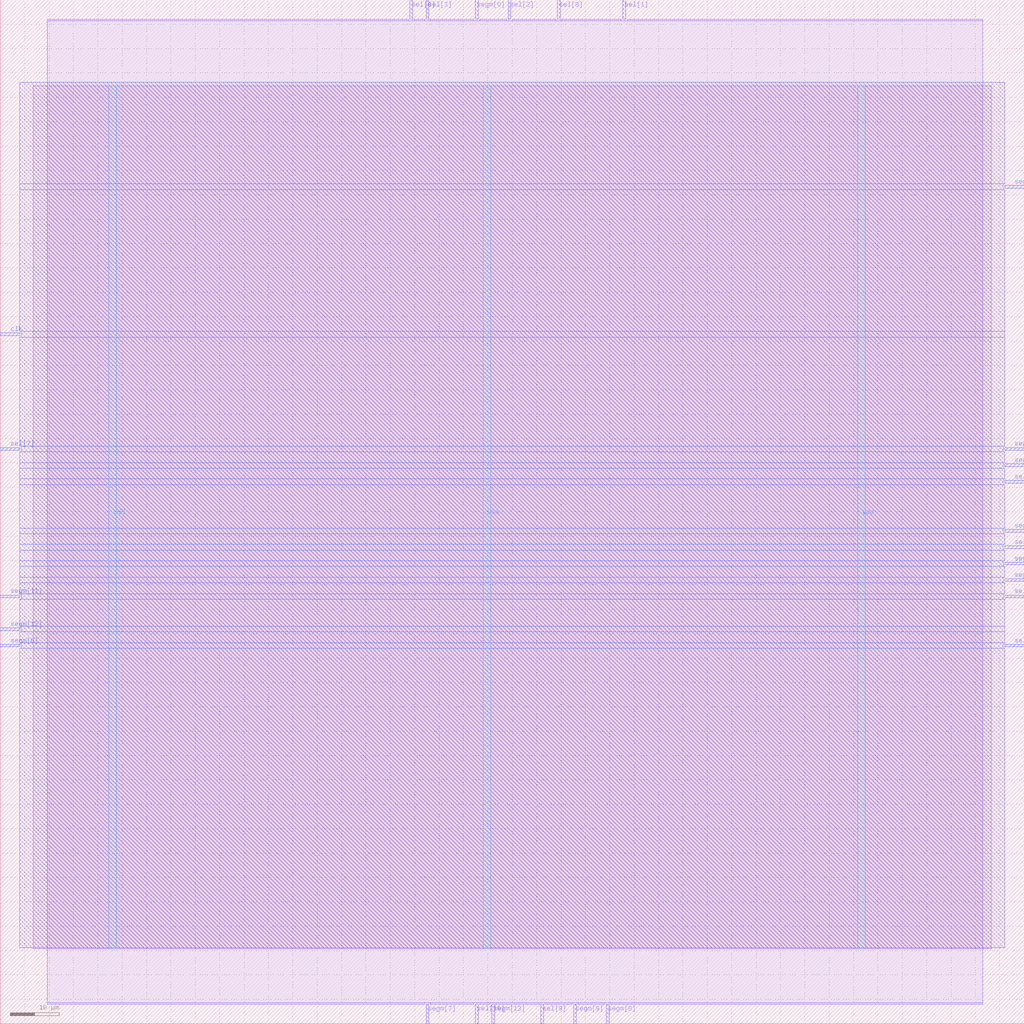
<source format=lef>
VERSION 5.7 ;
  NOWIREEXTENSIONATPIN ON ;
  DIVIDERCHAR "/" ;
  BUSBITCHARS "[]" ;
MACRO ita20
  CLASS BLOCK ;
  FOREIGN ita20 ;
  ORIGIN 0.000 0.000 ;
  SIZE 210.000 BY 210.000 ;
  PIN clk
    DIRECTION INPUT ;
    USE SIGNAL ;
    ANTENNAGATEAREA 4.738000 ;
    ANTENNADIFFAREA 0.410400 ;
    PORT
      LAYER Metal3 ;
        RECT 0.000 141.120 4.000 141.680 ;
    END
  END clk
  PIN segm[0]
    DIRECTION OUTPUT TRISTATE ;
    USE SIGNAL ;
    ANTENNADIFFAREA 0.360800 ;
    PORT
      LAYER Metal2 ;
        RECT 97.440 206.000 98.000 210.000 ;
    END
  END segm[0]
  PIN segm[10]
    DIRECTION OUTPUT TRISTATE ;
    USE SIGNAL ;
    ANTENNADIFFAREA 4.731200 ;
    PORT
      LAYER Metal3 ;
        RECT 206.000 90.720 210.000 91.280 ;
    END
  END segm[10]
  PIN segm[11]
    DIRECTION OUTPUT TRISTATE ;
    USE SIGNAL ;
    ANTENNADIFFAREA 4.731200 ;
    PORT
      LAYER Metal3 ;
        RECT 0.000 87.360 4.000 87.920 ;
    END
  END segm[11]
  PIN segm[12]
    DIRECTION OUTPUT TRISTATE ;
    USE SIGNAL ;
    ANTENNADIFFAREA 4.731200 ;
    PORT
      LAYER Metal3 ;
        RECT 0.000 80.640 4.000 81.200 ;
    END
  END segm[12]
  PIN segm[13]
    DIRECTION OUTPUT TRISTATE ;
    USE SIGNAL ;
    ANTENNADIFFAREA 4.731200 ;
    PORT
      LAYER Metal2 ;
        RECT 100.800 0.000 101.360 4.000 ;
    END
  END segm[13]
  PIN segm[1]
    DIRECTION OUTPUT TRISTATE ;
    USE SIGNAL ;
    ANTENNADIFFAREA 4.731200 ;
    PORT
      LAYER Metal3 ;
        RECT 206.000 114.240 210.000 114.800 ;
    END
  END segm[1]
  PIN segm[2]
    DIRECTION OUTPUT TRISTATE ;
    USE SIGNAL ;
    ANTENNADIFFAREA 4.731200 ;
    PORT
      LAYER Metal3 ;
        RECT 206.000 100.800 210.000 101.360 ;
    END
  END segm[2]
  PIN segm[3]
    DIRECTION OUTPUT TRISTATE ;
    USE SIGNAL ;
    ANTENNADIFFAREA 0.360800 ;
    PORT
      LAYER Metal3 ;
        RECT 206.000 171.360 210.000 171.920 ;
    END
  END segm[3]
  PIN segm[4]
    DIRECTION OUTPUT TRISTATE ;
    USE SIGNAL ;
    ANTENNADIFFAREA 4.731200 ;
    PORT
      LAYER Metal3 ;
        RECT 206.000 117.600 210.000 118.160 ;
    END
  END segm[4]
  PIN segm[5]
    DIRECTION OUTPUT TRISTATE ;
    USE SIGNAL ;
    ANTENNADIFFAREA 4.731200 ;
    PORT
      LAYER Metal3 ;
        RECT 206.000 94.080 210.000 94.640 ;
    END
  END segm[5]
  PIN segm[6]
    DIRECTION OUTPUT TRISTATE ;
    USE SIGNAL ;
    ANTENNADIFFAREA 4.731200 ;
    PORT
      LAYER Metal3 ;
        RECT 0.000 77.280 4.000 77.840 ;
    END
  END segm[6]
  PIN segm[7]
    DIRECTION OUTPUT TRISTATE ;
    USE SIGNAL ;
    ANTENNADIFFAREA 4.731200 ;
    PORT
      LAYER Metal2 ;
        RECT 87.360 0.000 87.920 4.000 ;
    END
  END segm[7]
  PIN segm[8]
    DIRECTION OUTPUT TRISTATE ;
    USE SIGNAL ;
    ANTENNADIFFAREA 4.731200 ;
    PORT
      LAYER Metal2 ;
        RECT 124.320 0.000 124.880 4.000 ;
    END
  END segm[8]
  PIN segm[9]
    DIRECTION OUTPUT TRISTATE ;
    USE SIGNAL ;
    ANTENNADIFFAREA 4.731200 ;
    PORT
      LAYER Metal2 ;
        RECT 117.600 0.000 118.160 4.000 ;
    END
  END segm[9]
  PIN sel[0]
    DIRECTION OUTPUT TRISTATE ;
    USE SIGNAL ;
    ANTENNADIFFAREA 4.731200 ;
    PORT
      LAYER Metal2 ;
        RECT 84.000 206.000 84.560 210.000 ;
    END
  END sel[0]
  PIN sel[10]
    DIRECTION OUTPUT TRISTATE ;
    USE SIGNAL ;
    ANTENNADIFFAREA 4.731200 ;
    PORT
      LAYER Metal2 ;
        RECT 97.440 0.000 98.000 4.000 ;
    END
  END sel[10]
  PIN sel[11]
    DIRECTION OUTPUT TRISTATE ;
    USE SIGNAL ;
    ANTENNADIFFAREA 4.731200 ;
    PORT
      LAYER Metal3 ;
        RECT 206.000 77.280 210.000 77.840 ;
    END
  END sel[11]
  PIN sel[1]
    DIRECTION OUTPUT TRISTATE ;
    USE SIGNAL ;
    ANTENNADIFFAREA 4.731200 ;
    PORT
      LAYER Metal2 ;
        RECT 127.680 206.000 128.240 210.000 ;
    END
  END sel[1]
  PIN sel[2]
    DIRECTION OUTPUT TRISTATE ;
    USE SIGNAL ;
    ANTENNADIFFAREA 4.731200 ;
    PORT
      LAYER Metal2 ;
        RECT 104.160 206.000 104.720 210.000 ;
    END
  END sel[2]
  PIN sel[3]
    DIRECTION OUTPUT TRISTATE ;
    USE SIGNAL ;
    ANTENNADIFFAREA 4.731200 ;
    PORT
      LAYER Metal2 ;
        RECT 87.360 206.000 87.920 210.000 ;
    END
  END sel[3]
  PIN sel[4]
    DIRECTION OUTPUT TRISTATE ;
    USE SIGNAL ;
    ANTENNADIFFAREA 4.731200 ;
    PORT
      LAYER Metal3 ;
        RECT 206.000 97.440 210.000 98.000 ;
    END
  END sel[4]
  PIN sel[5]
    DIRECTION OUTPUT TRISTATE ;
    USE SIGNAL ;
    ANTENNADIFFAREA 4.731200 ;
    PORT
      LAYER Metal3 ;
        RECT 206.000 110.880 210.000 111.440 ;
    END
  END sel[5]
  PIN sel[6]
    DIRECTION OUTPUT TRISTATE ;
    USE SIGNAL ;
    ANTENNADIFFAREA 4.731200 ;
    PORT
      LAYER Metal3 ;
        RECT 206.000 87.360 210.000 87.920 ;
    END
  END sel[6]
  PIN sel[7]
    DIRECTION OUTPUT TRISTATE ;
    USE SIGNAL ;
    ANTENNADIFFAREA 4.731200 ;
    PORT
      LAYER Metal3 ;
        RECT 0.000 117.600 4.000 118.160 ;
    END
  END sel[7]
  PIN sel[8]
    DIRECTION OUTPUT TRISTATE ;
    USE SIGNAL ;
    ANTENNADIFFAREA 4.731200 ;
    PORT
      LAYER Metal2 ;
        RECT 114.240 206.000 114.800 210.000 ;
    END
  END sel[8]
  PIN sel[9]
    DIRECTION OUTPUT TRISTATE ;
    USE SIGNAL ;
    ANTENNADIFFAREA 4.731200 ;
    PORT
      LAYER Metal2 ;
        RECT 110.880 0.000 111.440 4.000 ;
    END
  END sel[9]
  PIN vdd
    DIRECTION INOUT ;
    USE POWER ;
    PORT
      LAYER Metal4 ;
        RECT 22.240 15.380 23.840 192.380 ;
    END
    PORT
      LAYER Metal4 ;
        RECT 175.840 15.380 177.440 192.380 ;
    END
  END vdd
  PIN vss
    DIRECTION INOUT ;
    USE GROUND ;
    PORT
      LAYER Metal4 ;
        RECT 99.040 15.380 100.640 192.380 ;
    END
  END vss
  OBS
      LAYER Metal1 ;
        RECT 6.720 15.380 203.280 192.380 ;
      LAYER Metal2 ;
        RECT 9.660 205.700 83.700 206.000 ;
        RECT 84.860 205.700 87.060 206.000 ;
        RECT 88.220 205.700 97.140 206.000 ;
        RECT 98.300 205.700 103.860 206.000 ;
        RECT 105.020 205.700 113.940 206.000 ;
        RECT 115.100 205.700 127.380 206.000 ;
        RECT 128.540 205.700 201.460 206.000 ;
        RECT 9.660 4.300 201.460 205.700 ;
        RECT 9.660 4.000 87.060 4.300 ;
        RECT 88.220 4.000 97.140 4.300 ;
        RECT 98.300 4.000 100.500 4.300 ;
        RECT 101.660 4.000 110.580 4.300 ;
        RECT 111.740 4.000 117.300 4.300 ;
        RECT 118.460 4.000 124.020 4.300 ;
        RECT 125.180 4.000 201.460 4.300 ;
      LAYER Metal3 ;
        RECT 4.000 172.220 206.000 193.060 ;
        RECT 4.000 171.060 205.700 172.220 ;
        RECT 4.000 141.980 206.000 171.060 ;
        RECT 4.300 140.820 206.000 141.980 ;
        RECT 4.000 118.460 206.000 140.820 ;
        RECT 4.300 117.300 205.700 118.460 ;
        RECT 4.000 115.100 206.000 117.300 ;
        RECT 4.000 113.940 205.700 115.100 ;
        RECT 4.000 111.740 206.000 113.940 ;
        RECT 4.000 110.580 205.700 111.740 ;
        RECT 4.000 101.660 206.000 110.580 ;
        RECT 4.000 100.500 205.700 101.660 ;
        RECT 4.000 98.300 206.000 100.500 ;
        RECT 4.000 97.140 205.700 98.300 ;
        RECT 4.000 94.940 206.000 97.140 ;
        RECT 4.000 93.780 205.700 94.940 ;
        RECT 4.000 91.580 206.000 93.780 ;
        RECT 4.000 90.420 205.700 91.580 ;
        RECT 4.000 88.220 206.000 90.420 ;
        RECT 4.300 87.060 205.700 88.220 ;
        RECT 4.000 81.500 206.000 87.060 ;
        RECT 4.300 80.340 206.000 81.500 ;
        RECT 4.000 78.140 206.000 80.340 ;
        RECT 4.300 76.980 205.700 78.140 ;
        RECT 4.000 15.540 206.000 76.980 ;
  END
END ita20
END LIBRARY


</source>
